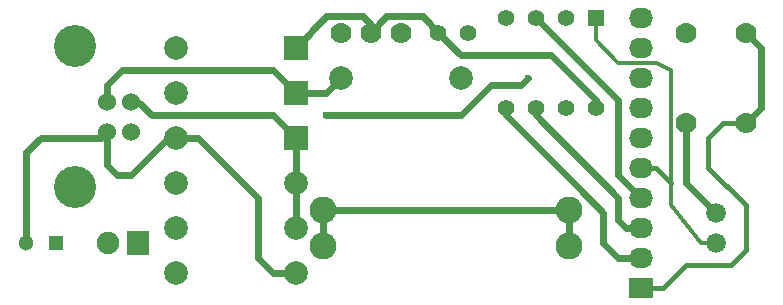
<source format=gbl>
G04 #@! TF.FileFunction,Copper,L2,Bot,Signal*
%FSLAX46Y46*%
G04 Gerber Fmt 4.6, Leading zero omitted, Abs format (unit mm)*
G04 Created by KiCad (PCBNEW (2015-08-15 BZR 6092)-product) date 9/14/2015 8:23:45 PM*
%MOMM*%
G01*
G04 APERTURE LIST*
%ADD10C,0.100000*%
%ADD11C,1.676400*%
%ADD12C,1.998980*%
%ADD13R,1.998980X1.998980*%
%ADD14C,2.286000*%
%ADD15C,1.300000*%
%ADD16R,1.300000X1.300000*%
%ADD17R,1.397000X1.397000*%
%ADD18C,1.397000*%
%ADD19C,1.524000*%
%ADD20C,3.556000*%
%ADD21R,2.032000X1.727200*%
%ADD22O,2.032000X1.727200*%
%ADD23C,1.778000*%
%ADD24R,1.900000X2.000000*%
%ADD25C,1.900000*%
%ADD26C,0.600000*%
%ADD27C,0.609600*%
%ADD28C,0.406400*%
%ADD29C,0.304800*%
G04 APERTURE END LIST*
D10*
D11*
X162560000Y-91440000D03*
X162560000Y-93980000D03*
D12*
X116840000Y-96520000D03*
X127000000Y-96520000D03*
X116840000Y-92710000D03*
X127000000Y-92710000D03*
X116840000Y-88900000D03*
X127000000Y-88900000D03*
X140970000Y-80010000D03*
X130810000Y-80010000D03*
X116840000Y-77472540D03*
D13*
X127000000Y-77472540D03*
D12*
X116839480Y-85092540D03*
D13*
X126999480Y-85092540D03*
D12*
X116839480Y-81282540D03*
D13*
X126999480Y-81282540D03*
D14*
X129286000Y-94234000D03*
X150114000Y-94234000D03*
X129286000Y-91186000D03*
X150114000Y-91186000D03*
D15*
X104180000Y-93980000D03*
D16*
X106680000Y-93980000D03*
D17*
X152400000Y-74930000D03*
D18*
X149860000Y-74930000D03*
X147320000Y-74930000D03*
X144780000Y-74930000D03*
X144780000Y-82550000D03*
X147320000Y-82550000D03*
X149860000Y-82550000D03*
X152400000Y-82550000D03*
D19*
X113030000Y-84582000D03*
X113030000Y-82042000D03*
X111031020Y-82042000D03*
X111031020Y-84582000D03*
D20*
X108331000Y-89311480D03*
X108331000Y-77312520D03*
D21*
X156210000Y-97790000D03*
D22*
X156210000Y-95250000D03*
X156210000Y-92710000D03*
X156210000Y-90170000D03*
X156210000Y-87630000D03*
X156210000Y-85090000D03*
X156210000Y-82550000D03*
X156210000Y-80010000D03*
X156210000Y-77470000D03*
X156210000Y-74930000D03*
D23*
X133350000Y-76200000D03*
X135890000Y-76200000D03*
X130810000Y-76200000D03*
X165100000Y-83820000D03*
X160020000Y-83820000D03*
X165100000Y-76200000D03*
X160020000Y-76200000D03*
D18*
X141605000Y-76200000D03*
X139065000Y-76200000D03*
D24*
X113665000Y-93980000D03*
D25*
X111125000Y-93980000D03*
D26*
X146685000Y-80010000D03*
X129540000Y-83185000D03*
D27*
X129286000Y-91186000D02*
X150114000Y-91186000D01*
X150114000Y-91186000D02*
X150114000Y-94234000D01*
X129286000Y-94234000D02*
X129286000Y-91186000D01*
X129286000Y-91186000D02*
X129540000Y-90932000D01*
X112555020Y-88265000D02*
X111887000Y-88265000D01*
X113030000Y-88265000D02*
X112555020Y-88265000D01*
X116207540Y-85087460D02*
X113030000Y-88265000D01*
X111031020Y-87409020D02*
X111031020Y-84582000D01*
X111887000Y-88265000D02*
X111031020Y-87409020D01*
X110523020Y-85090000D02*
X109380020Y-85090000D01*
X104180000Y-86320000D02*
X105410000Y-85090000D01*
X105410000Y-85090000D02*
X109380020Y-85090000D01*
X104180000Y-86320000D02*
X104180000Y-93980000D01*
X110523020Y-85090000D02*
X111031020Y-84582000D01*
X162560000Y-91440000D02*
X160020000Y-88900000D01*
X160020000Y-88900000D02*
X160020000Y-83820000D01*
X116840520Y-85087460D02*
X118742460Y-85087460D01*
X125095000Y-96520000D02*
X127000000Y-96520000D01*
X123825000Y-95250000D02*
X125095000Y-96520000D01*
X123825000Y-90170000D02*
X123825000Y-95250000D01*
X118742460Y-85087460D02*
X123825000Y-90170000D01*
X116840520Y-85087460D02*
X116207540Y-85087460D01*
X139065000Y-76200000D02*
X137795000Y-74803000D01*
X134620000Y-74803000D02*
X133350000Y-76200000D01*
X137795000Y-74803000D02*
X134620000Y-74803000D01*
X133350000Y-76200000D02*
X133350000Y-75565000D01*
X133350000Y-75565000D02*
X132715000Y-74803000D01*
X132715000Y-74803000D02*
X129537460Y-74803000D01*
X152400000Y-82550000D02*
X152400000Y-81915000D01*
X152400000Y-81915000D02*
X148590000Y-78105000D01*
X148590000Y-78105000D02*
X140970000Y-78105000D01*
X140970000Y-78105000D02*
X139065000Y-76200000D01*
X129537460Y-74803000D02*
X127000000Y-77467460D01*
X125098060Y-83185000D02*
X114808000Y-83185000D01*
X127000520Y-85087460D02*
X125098060Y-83185000D01*
X114808000Y-83185000D02*
X113665000Y-82042000D01*
X113665000Y-82042000D02*
X113030000Y-82042000D01*
X127000000Y-92710000D02*
X127000000Y-88900000D01*
X127000520Y-85087460D02*
X127000520Y-88899480D01*
X127000520Y-88899480D02*
X127000000Y-88900000D01*
X125098060Y-79375000D02*
X112268000Y-79375000D01*
X127000520Y-81277460D02*
X125098060Y-79375000D01*
X111031020Y-80611980D02*
X111031020Y-82042000D01*
X112268000Y-79375000D02*
X111031020Y-80611980D01*
X127000520Y-81277460D02*
X129542540Y-81277460D01*
X129542540Y-81277460D02*
X130810000Y-80010000D01*
D28*
X156210000Y-87630000D02*
X157480000Y-87630000D01*
X157480000Y-87630000D02*
X158750000Y-88900000D01*
D29*
X162560000Y-93980000D02*
X161290000Y-93980000D01*
X152400000Y-76835000D02*
X152400000Y-74930000D01*
X154305000Y-78740000D02*
X152400000Y-76835000D01*
X157480000Y-78740000D02*
X154305000Y-78740000D01*
X158750000Y-79375000D02*
X157480000Y-78740000D01*
X158750000Y-90805000D02*
X158750000Y-88900000D01*
X158750000Y-88900000D02*
X158750000Y-79375000D01*
X161290000Y-93980000D02*
X158750000Y-90805000D01*
D27*
X140970000Y-83185000D02*
X129540000Y-83185000D01*
X143510000Y-80645000D02*
X140970000Y-83185000D01*
X146050000Y-80645000D02*
X143510000Y-80645000D01*
X146685000Y-80010000D02*
X146050000Y-80645000D01*
X156210000Y-90170000D02*
X154305000Y-88265000D01*
X154305000Y-81915000D02*
X147320000Y-74930000D01*
X154305000Y-88265000D02*
X154305000Y-81915000D01*
X144780000Y-83185000D02*
X151130000Y-89535000D01*
X151130000Y-89535000D02*
X153035000Y-91440000D01*
X153035000Y-91440000D02*
X153035000Y-93980000D01*
X153035000Y-93980000D02*
X154305000Y-95250000D01*
X154305000Y-95250000D02*
X156210000Y-95250000D01*
X144780000Y-83185000D02*
X144780000Y-82550000D01*
X147320000Y-82550000D02*
X147320000Y-83185000D01*
X147320000Y-83185000D02*
X154305000Y-90170000D01*
X154940000Y-92710000D02*
X156210000Y-92710000D01*
X154305000Y-92075000D02*
X154940000Y-92710000D01*
X154305000Y-90170000D02*
X154305000Y-92075000D01*
X165100000Y-76200000D02*
X166370000Y-77470000D01*
X166370000Y-82550000D02*
X165100000Y-83820000D01*
X166370000Y-77470000D02*
X166370000Y-82550000D01*
D28*
X156210000Y-97790000D02*
X158115000Y-97790000D01*
X163195000Y-83820000D02*
X165100000Y-83820000D01*
X161925000Y-85090000D02*
X163195000Y-83820000D01*
X161925000Y-87630000D02*
X161925000Y-85090000D01*
X165100000Y-90805000D02*
X161925000Y-87630000D01*
X165100000Y-94615000D02*
X165100000Y-90805000D01*
X163830000Y-95885000D02*
X165100000Y-94615000D01*
X160020000Y-95885000D02*
X163830000Y-95885000D01*
X158115000Y-97790000D02*
X160020000Y-95885000D01*
M02*

</source>
